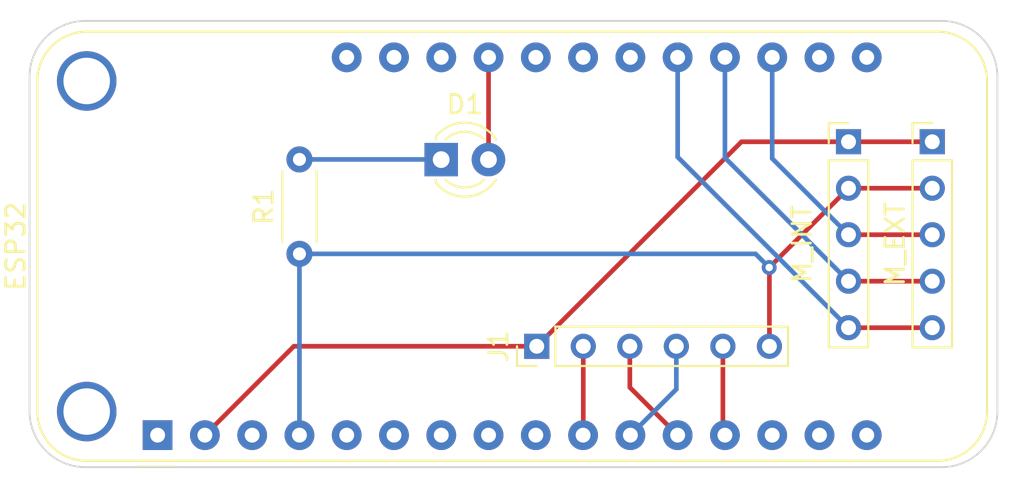
<source format=kicad_pcb>
(kicad_pcb (version 20211014) (generator pcbnew)
  (layers (0 "F.Cu" signal) (31 "B.Cu" signal) (34 "B.Paste" user) (35 "F.Paste" user) (36 "B.SilkS" user "B.Silkscreen") (37 "F.SilkS" user "F.Silkscreen") (38 "B.Mask" user) (39 "F.Mask" user) (44 "Edge.Cuts" user))
  (net 0 "")
  (net 1 "Net-(D1-Pad1)")
  (net 2 "Net-(D1-Pad2)")
  (net 4 "VCC")
  (net 6 "GND")
  (net 12 "Net-(ESP32-Pad10)")
  (net 13 "Net-(ESP32-Pad11)")
  (net 14 "Net-(ESP32-Pad12)")
  (net 15 "Net-(ESP32-Pad13)")
  (net 21 "Net-(ESP32-Pad19)")
  (net 22 "Net-(ESP32-Pad20)")
  (net 23 "Net-(ESP32-Pad21)")
  (footprint "LED_THT:LED_D3.0mm" (layer "F.Cu") (at 128.615 97.96)
    (fp_text reference "D1" (at 1.27 -2.96) (layer "F.SilkS"))
    (fp_text value "LED")
    (fp_line (start -0.29 1.08) (end -0.29 1.236) (layer "F.SilkS") (width 0.12))
    (fp_line (start -0.29 -1.236) (end -0.29 -1.08) (layer "F.SilkS") (width 0.12))
    (fp_arc (start -0.29 -1.235516) (mid 1.366487 -1.987659) (end 2.942335 -1.078608) (layer "F.SilkS") (width 0.12))
    (fp_arc (start 0.229039 -1.08) (mid 1.270117 -1.5) (end 2.31113 -1.079837) (layer "F.SilkS") (width 0.12))
    (fp_arc (start 2.942335 1.078608) (mid 1.366487 1.987659) (end -0.29 1.235516) (layer "F.SilkS") (width 0.12))
    (fp_arc (start 2.31113 1.079837) (mid 1.270117 1.5) (end 0.229039 1.08) (layer "F.SilkS") (width 0.12))
    (pad "1" thru_hole rect (at 0 0) (size 1.8 1.8) (drill 0.9) (layers *.Cu *.Mask) (net 1 "Net-(D1-Pad1)"))
    (pad "2" thru_hole circle (at 2.54 0) (size 1.8 1.8) (drill 0.9) (layers *.Cu *.Mask) (net 2 "Net-(D1-Pad2)"))
  )
  (footprint "Module:Adafruit_Feather_WithMountingHoles" (layer "F.Cu") (at 113.38 112.78 90)
    (fp_text reference "ESP32" (at 10.16 -7.62 90) (layer "F.SilkS"))
    (fp_text value "Adafruit_Feather_HUZZAH32_ESP32")
    (fp_line (start 21.7 -3.81) (end 21.7 41.91) (layer "F.SilkS") (width 0.12))
    (fp_line (start 19.05 44.56) (end 1.27 44.56) (layer "F.SilkS") (width 0.12))
    (fp_line (start 19.05 -6.46) (end 1.27 -6.46) (layer "F.SilkS") (width 0.12))
    (fp_line (start -1.7 1) (end -1.7 -1) (layer "F.SilkS") (width 0.12))
    (fp_line (start -1.38 -3.81) (end -1.38 41.91) (layer "F.SilkS") (width 0.12))
    (fp_arc (start 21.7 41.91) (mid 20.923833 43.783833) (end 19.05 44.56) (layer "F.SilkS") (width 0.12))
    (fp_arc (start -1.38 -3.81) (mid -0.603833 -5.683833) (end 1.27 -6.46) (layer "F.SilkS") (width 0.12))
    (fp_arc (start 1.27 44.56) (mid -0.603833 43.783833) (end -1.38 41.91) (layer "F.SilkS") (width 0.12))
    (fp_arc (start 19.05 -6.46) (mid 20.923833 -5.683833) (end 21.7 -3.81) (layer "F.SilkS") (width 0.12))
    (pad "" np_thru_hole circle (at 1.27 -3.81) (size 3.2 3.2) (drill 2.5) (layers *.Cu *.Mask))
    (pad "" np_thru_hole circle (at 1.27 41.91) (size 2.54 2.54) (drill 2.54) (layers *.Cu *.Mask))
    (pad "" np_thru_hole circle (at 19.05 -3.81) (size 3.2 3.2) (drill 2.5) (layers *.Cu *.Mask))
    (pad "" np_thru_hole circle (at 19.05 41.91) (size 2.54 2.54) (drill 2.54) (layers *.Cu *.Mask))
    (pad "1" thru_hole rect (at 0 0 270) (size 1.6 1.6) (drill 0.8) (layers *.Cu *.Mask))
    (pad "2" thru_hole circle (at 0 2.54 270) (size 1.6 1.6) (drill 0.8) (layers *.Cu *.Mask) (net 4 "VCC"))
    (pad "3" thru_hole circle (at 0 5.08 270) (size 1.6 1.6) (drill 0.8) (layers *.Cu *.Mask))
    (pad "4" thru_hole circle (at 0 7.62 270) (size 1.6 1.6) (drill 0.8) (layers *.Cu *.Mask) (net 6 "GND"))
    (pad "5" thru_hole circle (at 0 10.16 270) (size 1.6 1.6) (drill 0.8) (layers *.Cu *.Mask))
    (pad "6" thru_hole circle (at 0 12.7 270) (size 1.6 1.6) (drill 0.8) (layers *.Cu *.Mask))
    (pad "7" thru_hole circle (at 0 15.24 270) (size 1.6 1.6) (drill 0.8) (layers *.Cu *.Mask))
    (pad "8" thru_hole circle (at 0 17.78 270) (size 1.6 1.6) (drill 0.8) (layers *.Cu *.Mask))
    (pad "9" thru_hole circle (at 0 20.32 270) (size 1.6 1.6) (drill 0.8) (layers *.Cu *.Mask))
    (pad "10" thru_hole circle (at 0 22.86 270) (size 1.6 1.6) (drill 0.8) (layers *.Cu *.Mask) (net 12 "Net-(ESP32-Pad10)"))
    (pad "11" thru_hole circle (at 0 25.4 270) (size 1.6 1.6) (drill 0.8) (layers *.Cu *.Mask) (net 13 "Net-(ESP32-Pad11)"))
    (pad "12" thru_hole circle (at 0 27.94 270) (size 1.6 1.6) (drill 0.8) (layers *.Cu *.Mask) (net 14 "Net-(ESP32-Pad12)"))
    (pad "13" thru_hole circle (at 0 30.48 270) (size 1.6 1.6) (drill 0.8) (layers *.Cu *.Mask) (net 15 "Net-(ESP32-Pad13)"))
    (pad "14" thru_hole circle (at 0 33.02 270) (size 1.6 1.6) (drill 0.8) (layers *.Cu *.Mask))
    (pad "15" thru_hole circle (at 0 35.56 270) (size 1.6 1.6) (drill 0.8) (layers *.Cu *.Mask))
    (pad "16" thru_hole circle (at 0 38.1 270) (size 1.6 1.6) (drill 0.8) (layers *.Cu *.Mask))
    (pad "17" thru_hole circle (at 20.32 38.1 270) (size 1.6 1.6) (drill 0.8) (layers *.Cu *.Mask))
    (pad "18" thru_hole circle (at 20.32 35.56 270) (size 1.6 1.6) (drill 0.8) (layers *.Cu *.Mask))
    (pad "19" thru_hole circle (at 20.32 33.02 270) (size 1.6 1.6) (drill 0.8) (layers *.Cu *.Mask) (net 21 "Net-(ESP32-Pad19)"))
    (pad "20" thru_hole circle (at 20.32 30.48 270) (size 1.6 1.6) (drill 0.8) (layers *.Cu *.Mask) (net 22 "Net-(ESP32-Pad20)"))
    (pad "21" thru_hole circle (at 20.32 27.94 270) (size 1.6 1.6) (drill 0.8) (layers *.Cu *.Mask) (net 23 "Net-(ESP32-Pad21)"))
    (pad "22" thru_hole circle (at 20.32 25.4 270) (size 1.6 1.6) (drill 0.8) (layers *.Cu *.Mask))
    (pad "23" thru_hole circle (at 20.32 22.86 270) (size 1.6 1.6) (drill 0.8) (layers *.Cu *.Mask))
    (pad "24" thru_hole circle (at 20.32 20.32 270) (size 1.6 1.6) (drill 0.8) (layers *.Cu *.Mask))
    (pad "25" thru_hole circle (at 20.32 17.78 270) (size 1.6 1.6) (drill 0.8) (layers *.Cu *.Mask) (net 2 "Net-(D1-Pad2)"))
    (pad "26" thru_hole circle (at 20.32 15.24 270) (size 1.6 1.6) (drill 0.8) (layers *.Cu *.Mask))
    (pad "27" thru_hole circle (at 20.32 12.7 270) (size 1.6 1.6) (drill 0.8) (layers *.Cu *.Mask))
    (pad "28" thru_hole circle (at 20.32 10.16 270) (size 1.6 1.6) (drill 0.8) (layers *.Cu *.Mask))
  )
  (footprint "Pnoi Footprints:5-Pin MEMS Connector" (layer "F.Cu") (at 150.5 107 180)
    (fp_text reference "M_INT" (at 2.5 4.5 90) (layer "F.SilkS"))
    (fp_text value "M_INT")
    (fp_line (start 1.06 9) (end -1.06 9) (layer "F.SilkS") (width 0.12))
    (fp_line (start 1.06 11) (end 0 11) (layer "F.SilkS") (width 0.12))
    (fp_line (start 1.06 -1.06) (end -1.06 -1.06) (layer "F.SilkS") (width 0.12))
    (fp_line (start -1.06 9) (end -1.06 -1.06) (layer "F.SilkS") (width 0.12))
    (fp_line (start 1.06 9) (end 1.06 -1.06) (layer "F.SilkS") (width 0.12))
    (fp_line (start 1.06 9.94) (end 1.06 11) (layer "F.SilkS") (width 0.12))
    (pad "3V" thru_hole rect (at 0 10 90) (size 1.35 1.35) (drill 0.8) (layers *.Cu *.Mask) (net 4 "VCC"))
    (pad "BCLK" thru_hole oval (at 0 5) (size 1.35 1.35) (drill 0.8) (layers *.Cu *.Mask) (net 21 "Net-(ESP32-Pad19)"))
    (pad "DOUT" thru_hole oval (at 0 2.5) (size 1.35 1.35) (drill 0.8) (layers *.Cu *.Mask) (net 22 "Net-(ESP32-Pad20)"))
    (pad "GND" thru_hole oval (at 0 7.5) (size 1.35 1.35) (drill 0.8) (layers *.Cu *.Mask) (net 6 "GND"))
    (pad "LRCL" thru_hole oval (at 0 0) (size 1.35 1.35) (drill 0.8) (layers *.Cu *.Mask) (net 23 "Net-(ESP32-Pad21)"))
  )
  (footprint "Resistor_THT:R_Axial_DIN0204_L3.6mm_D1.6mm_P5.08mm_Horizontal" (layer "F.Cu") (at 121 103.03 90)
    (fp_text reference "R1" (at 2.54 -1.92 90) (layer "F.SilkS"))
    (fp_text value "330")
    (fp_line (start 0.62 -0.92) (end 4.46 -0.92) (layer "F.SilkS") (width 0.12))
    (fp_line (start 0.62 0.92) (end 4.46 0.92) (layer "F.SilkS") (width 0.12))
    (pad "1" thru_hole circle (at 0 0 90) (size 1.4 1.4) (drill 0.7) (layers *.Cu *.Mask) (net 6 "GND"))
    (pad "2" thru_hole oval (at 5.08 0 90) (size 1.4 1.4) (drill 0.7) (layers *.Cu *.Mask) (net 1 "Net-(D1-Pad1)"))
  )
  (footprint "Pnoi Footprints:5-Pin MEMS Connector" (layer "F.Cu") (at 155 107 180)
    (fp_text reference "M_EXT" (at 2 4.5 90) (layer "F.SilkS"))
    (fp_text value "M_EXT")
    (fp_line (start 1.06 9) (end 1.06 -1.06) (layer "F.SilkS") (width 0.12))
    (fp_line (start 1.06 -1.06) (end -1.06 -1.06) (layer "F.SilkS") (width 0.12))
    (fp_line (start 1.06 11) (end 0 11) (layer "F.SilkS") (width 0.12))
    (fp_line (start 1.06 9.94) (end 1.06 11) (layer "F.SilkS") (width 0.12))
    (fp_line (start 1.06 9) (end -1.06 9) (layer "F.SilkS") (width 0.12))
    (fp_line (start -1.06 9) (end -1.06 -1.06) (layer "F.SilkS") (width 0.12))
    (pad "3V" thru_hole rect (at 0 10 90) (size 1.35 1.35) (drill 0.8) (layers *.Cu *.Mask) (net 4 "VCC"))
    (pad "BCLK" thru_hole oval (at 0 5) (size 1.35 1.35) (drill 0.8) (layers *.Cu *.Mask) (net 21 "Net-(ESP32-Pad19)"))
    (pad "DOUT" thru_hole oval (at 0 2.5) (size 1.35 1.35) (drill 0.8) (layers *.Cu *.Mask) (net 22 "Net-(ESP32-Pad20)"))
    (pad "GND" thru_hole oval (at 0 7.5) (size 1.35 1.35) (drill 0.8) (layers *.Cu *.Mask) (net 6 "GND"))
    (pad "LRCL" thru_hole oval (at 0 0) (size 1.35 1.35) (drill 0.8) (layers *.Cu *.Mask) (net 23 "Net-(ESP32-Pad21)"))
  )
  (footprint "Pnoi Footprints:6-Pin SD Card Connector" (layer "F.Cu") (at 133.75 108 90)
    (fp_text reference "J1" (at 0 -2.06 90) (layer "F.SilkS"))
    (fp_text value "SD_Card")
    (fp_line (start -1.06 13.5) (end 1.06 13.5) (layer "F.SilkS") (width 0.12))
    (fp_line (start -1.06 0) (end -1.06 -1.06) (layer "F.SilkS") (width 0.12))
    (fp_line (start -1.06 -1.06) (end 0 -1.06) (layer "F.SilkS") (width 0.12))
    (fp_line (start -1.06 1) (end -1.06 13.5) (layer "F.SilkS") (width 0.12))
    (fp_line (start 1.06 1) (end 1.06 13.5) (layer "F.SilkS") (width 0.12))
    (fp_line (start -1.06 1) (end 1.06 1) (layer "F.SilkS") (width 0.12))
    (pad "3v3" thru_hole rect (at 0 0 90) (size 1.35 1.35) (drill 0.8) (layers *.Cu *.Mask) (net 4 "VCC"))
    (pad "CLK" thru_hole oval (at 0 7.5 90) (size 1.35 1.35) (drill 0.8) (layers *.Cu *.Mask) (net 13 "Net-(ESP32-Pad11)"))
    (pad "CS" thru_hole oval (at 0 2.5 90) (size 1.35 1.35) (drill 0.8) (layers *.Cu *.Mask) (net 12 "Net-(ESP32-Pad10)"))
    (pad "GND" thru_hole oval (at 0 12.5 90) (size 1.35 1.35) (drill 0.8) (layers *.Cu *.Mask) (net 6 "GND"))
    (pad "MISO" thru_hole oval (at 0 10 90) (size 1.35 1.35) (drill 0.8) (layers *.Cu *.Mask) (net 15 "Net-(ESP32-Pad13)"))
    (pad "MOSI" thru_hole oval (at 0 5 90) (size 1.35 1.35) (drill 0.8) (layers *.Cu *.Mask) (net 14 "Net-(ESP32-Pad12)"))
  )
  (gr_line (start 109.5 114.5) (end 155.5 114.5) (layer "Edge.Cuts") (width 0.1))
  (gr_arc (start 155.5 90.5) (mid 157.62132 91.37868) (end 158.5 93.5) (layer "Edge.Cuts") (width 0.1))
  (gr_line (start 106.5 93.5) (end 106.5 111.5) (layer "Edge.Cuts") (width 0.1))
  (gr_line (start 155.5 90.5) (end 109.5 90.5) (layer "Edge.Cuts") (width 0.1))
  (gr_arc (start 106.5 93.5) (mid 107.37868 91.37868) (end 109.5 90.5) (layer "Edge.Cuts") (width 0.1))
  (gr_arc (start 109.5 114.5) (mid 107.37868 113.62132) (end 106.5 111.5) (layer "Edge.Cuts") (width 0.1))
  (gr_line (start 158.5 111.5) (end 158.5 93.5) (layer "Edge.Cuts") (width 0.1))
  (gr_arc (start 158.5 111.5) (mid 157.62132 113.62132) (end 155.5 114.5) (layer "Edge.Cuts") (width 0.1))
  (segment (start 121 97.95) (end 128.605 97.95) (width 0.25) (layer "B.Cu") (net 1))
  (segment (start 128.605 97.95) (end 128.615 97.96) (width 0.25) (layer "B.Cu") (net 1))
  (segment (start 131.16 97.955) (end 131.155 97.96) (width 0.25) (layer "F.Cu") (net 2))
  (segment (start 131.16 92.46) (end 131.16 97.955) (width 0.25) (layer "F.Cu") (net 2))
  (segment (start 115.92 112.78) (end 120.7 108) (width 0.25) (layer "F.Cu") (net 4))
  (segment (start 144.75 97) (end 133.75 108) (width 0.25) (layer "F.Cu") (net 4))
  (segment (start 150.5 97) (end 144.75 97) (width 0.25) (layer "F.Cu") (net 4))
  (segment (start 120.7 108) (end 133.75 108) (width 0.25) (layer "F.Cu") (net 4))
  (segment (start 150.5 97) (end 155 97) (width 0.25) (layer "F.Cu") (net 4))
  (segment (start 150.5 99.5) (end 155 99.5) (width 0.25) (layer "F.Cu") (net 6))
  (segment (start 146.25 103.75) (end 146.25 108) (width 0.25) (layer "F.Cu") (net 6))
  (segment (start 150.5 99.5) (end 146.25 103.75) (width 0.25) (layer "F.Cu") (net 6))
  (via (at 146.237701 103.762299) (size 0.8) (drill 0.4) (layers "F.Cu" "B.Cu") (net 6))
  (segment (start 121 103.03) (end 121 112.78) (width 0.25) (layer "B.Cu") (net 6))
  (segment (start 121 103.03) (end 145.505402 103.03) (width 0.25) (layer "B.Cu") (net 6))
  (segment (start 145.505402 103.03) (end 146.237701 103.762299) (width 0.25) (layer "B.Cu") (net 6))
  (segment (start 136.25 112.77) (end 136.24 112.78) (width 0.25) (layer "F.Cu") (net 12))
  (segment (start 136.25 108) (end 136.25 112.77) (width 0.25) (layer "F.Cu") (net 12))
  (segment (start 141.25 108) (end 141.25 110.31) (width 0.25) (layer "B.Cu") (net 13))
  (segment (start 141.25 110.31) (end 138.78 112.78) (width 0.25) (layer "B.Cu") (net 13))
  (segment (start 138.75 110.21) (end 141.32 112.78) (width 0.25) (layer "F.Cu") (net 14))
  (segment (start 138.75 108) (end 138.75 110.21) (width 0.25) (layer "F.Cu") (net 14))
  (segment (start 143.75 112.67) (end 143.86 112.78) (width 0.25) (layer "F.Cu") (net 15))
  (segment (start 143.75 108) (end 143.75 112.67) (width 0.25) (layer "F.Cu") (net 15))
  (segment (start 155 102) (end 150.5 102) (width 0.25) (layer "F.Cu") (net 21))
  (segment (start 146.4 97.9) (end 150.5 102) (width 0.25) (layer "B.Cu") (net 21))
  (segment (start 146.4 92.46) (end 146.4 97.9) (width 0.25) (layer "B.Cu") (net 21))
  (segment (start 150.5 104.5) (end 155 104.5) (width 0.25) (layer "F.Cu") (net 22))
  (segment (start 150.5 104.5) (end 143.86 97.86) (width 0.25) (layer "B.Cu") (net 22))
  (segment (start 143.86 97.86) (end 143.86 92.46) (width 0.25) (layer "B.Cu") (net 22))
  (segment (start 150.5 107) (end 155.5 107) (width 0.25) (layer "F.Cu") (net 23))
  (segment (start 141.32 97.82) (end 150.5 107) (width 0.25) (layer "B.Cu") (net 23))
  (segment (start 141.32 92.46) (end 141.32 97.82) (width 0.25) (layer "B.Cu") (net 23))
)
</source>
